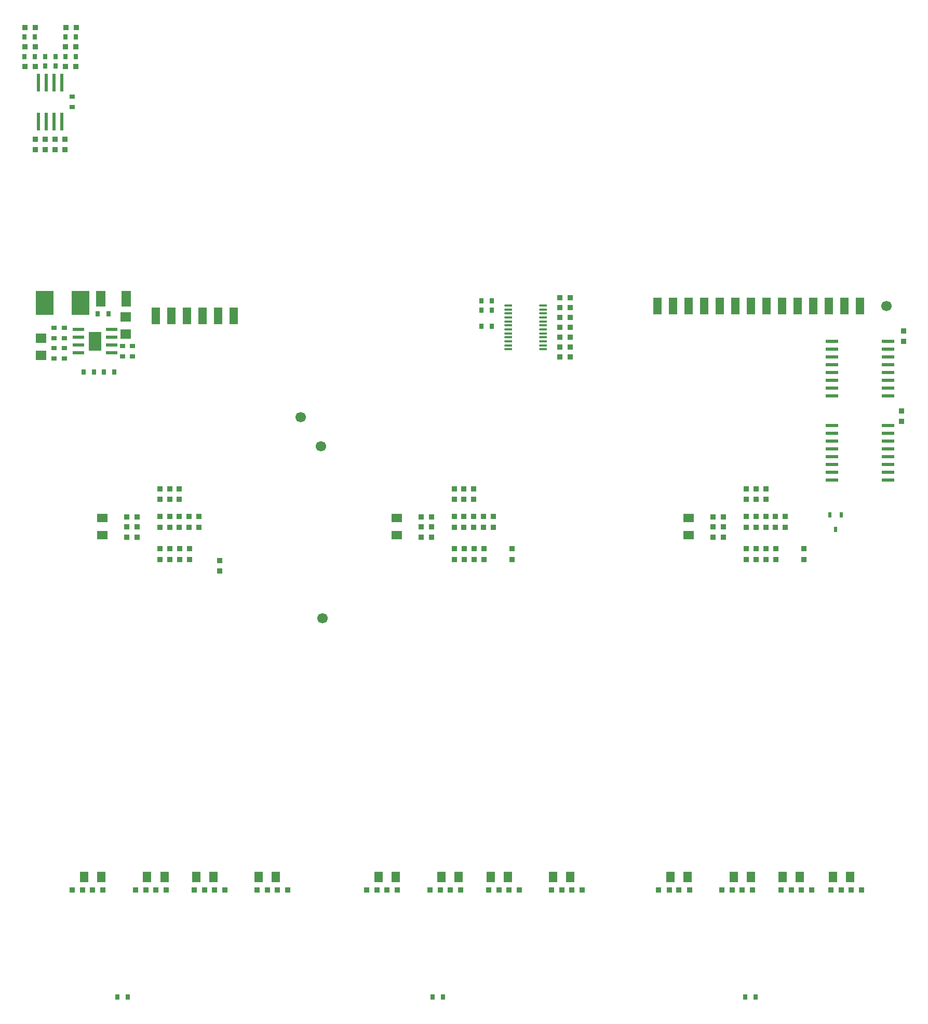
<source format=gbr>
G04 DipTrace 4.1.2.0*
G04 1_Layer_Top_PMask.gbr*
%MOIN*%
G04 #@! TF.FileFunction,Paste,Top*
G04 #@! TF.Part,Single*
%AMOUTLINE2*
4,1,28,
-0.012273,0.017716,
0.012272,0.017717,
0.013263,0.017587,
0.014066,0.017254,
0.014755,0.016725,
0.015284,0.016035,
0.015617,0.015232,
0.015747,0.014242,
0.015749,-0.01424,
0.015618,-0.015231,
0.015286,-0.016034,
0.014757,-0.016724,
0.014067,-0.017253,
0.013264,-0.017586,
0.012273,-0.017716,
-0.012272,-0.017717,
-0.013263,-0.017587,
-0.014066,-0.017254,
-0.014755,-0.016725,
-0.015284,-0.016035,
-0.015617,-0.015232,
-0.015747,-0.014242,
-0.015749,0.01424,
-0.015618,0.015231,
-0.015286,0.016034,
-0.014757,0.016724,
-0.014067,0.017253,
-0.013264,0.017586,
-0.012273,0.017716,
0*%
%AMOUTLINE5*
4,1,28,
0.017716,0.012273,
0.017717,-0.012272,
0.017587,-0.013263,
0.017254,-0.014066,
0.016725,-0.014755,
0.016035,-0.015284,
0.015232,-0.015617,
0.014242,-0.015747,
-0.01424,-0.015749,
-0.015231,-0.015618,
-0.016034,-0.015286,
-0.016724,-0.014757,
-0.017253,-0.014067,
-0.017586,-0.013264,
-0.017716,-0.012273,
-0.017717,0.012272,
-0.017587,0.013263,
-0.017254,0.014066,
-0.016725,0.014755,
-0.016035,0.015284,
-0.015232,0.015617,
-0.014242,0.015747,
0.01424,0.015749,
0.015231,0.015618,
0.016034,0.015286,
0.016724,0.014757,
0.017253,0.014067,
0.017586,0.013264,
0.017716,0.012273,
0*%
%AMOUTLINE8*
4,1,28,
-0.017716,-0.012274,
-0.017717,0.012271,
-0.017587,0.013262,
-0.017254,0.014065,
-0.016725,0.014755,
-0.016036,0.015284,
-0.015233,0.015617,
-0.014242,0.015747,
0.01424,0.015749,
0.015231,0.015619,
0.016034,0.015286,
0.016723,0.014757,
0.017253,0.014067,
0.017585,0.013264,
0.017716,0.012274,
0.017717,-0.012271,
0.017587,-0.013262,
0.017254,-0.014065,
0.016725,-0.014755,
0.016036,-0.015284,
0.015233,-0.015617,
0.014242,-0.015747,
-0.01424,-0.015749,
-0.015231,-0.015619,
-0.016034,-0.015286,
-0.016723,-0.014757,
-0.017253,-0.014067,
-0.017585,-0.013264,
-0.017716,-0.012274,
0*%
%AMOUTLINE11*
4,1,28,
0.033465,0.02054,
0.033465,-0.02054,
0.033213,-0.022448,
0.032527,-0.024106,
0.031435,-0.025529,
0.030011,-0.026621,
0.028354,-0.027308,
0.026446,-0.027559,
-0.026446,-0.027559,
-0.028354,-0.027308,
-0.030011,-0.026621,
-0.031435,-0.025529,
-0.032527,-0.024106,
-0.033213,-0.022448,
-0.033465,-0.02054,
-0.033465,0.02054,
-0.033213,0.022448,
-0.032527,0.024106,
-0.031435,0.025529,
-0.030011,0.026621,
-0.028354,0.027308,
-0.026446,0.027559,
0.026446,0.027559,
0.028354,0.027308,
0.030011,0.026621,
0.031435,0.025529,
0.032527,0.024106,
0.033213,0.022448,
0.033465,0.02054,
0*%
%AMOUTLINE14*
4,1,28,
-0.02054,0.033465,
0.02054,0.033465,
0.022448,0.033213,
0.024106,0.032527,
0.025529,0.031435,
0.026621,0.030011,
0.027308,0.028354,
0.027559,0.026446,
0.027559,-0.026446,
0.027308,-0.028354,
0.026621,-0.030011,
0.025529,-0.031435,
0.024106,-0.032527,
0.022448,-0.033213,
0.02054,-0.033465,
-0.02054,-0.033465,
-0.022448,-0.033213,
-0.024106,-0.032527,
-0.025529,-0.031435,
-0.026621,-0.030011,
-0.027308,-0.028354,
-0.027559,-0.026446,
-0.027559,0.026446,
-0.027308,0.028354,
-0.026621,0.030011,
-0.025529,0.031435,
-0.024106,0.032527,
-0.022448,0.033213,
-0.02054,0.033465,
0*%
%AMOUTLINE17*
4,1,28,
0.025,0.003611,
0.025,-0.003611,
0.024917,-0.004245,
0.024722,-0.004716,
0.024411,-0.00512,
0.024007,-0.00543,
0.023537,-0.005625,
0.022902,-0.005709,
-0.022902,-0.005709,
-0.023537,-0.005625,
-0.024007,-0.00543,
-0.024411,-0.00512,
-0.024722,-0.004716,
-0.024917,-0.004245,
-0.025,-0.003611,
-0.025,0.003611,
-0.024917,0.004245,
-0.024722,0.004716,
-0.024411,0.00512,
-0.024007,0.00543,
-0.023537,0.005625,
-0.022902,0.005709,
0.022902,0.005709,
0.023537,0.005625,
0.024007,0.00543,
0.024411,0.00512,
0.024722,0.004716,
0.024917,0.004245,
0.025,0.003611,
0*%
%AMOUTLINE20*
4,1,28,
-0.025,-0.003611,
-0.025,0.003611,
-0.024917,0.004245,
-0.024722,0.004716,
-0.024411,0.00512,
-0.024007,0.00543,
-0.023537,0.005625,
-0.022902,0.005709,
0.022902,0.005709,
0.023537,0.005625,
0.024007,0.00543,
0.024411,0.00512,
0.024722,0.004716,
0.024917,0.004245,
0.025,0.003611,
0.025,-0.003611,
0.024917,-0.004245,
0.024722,-0.004716,
0.024411,-0.00512,
0.024007,-0.00543,
0.023537,-0.005625,
0.022902,-0.005709,
-0.022902,-0.005709,
-0.023537,-0.005625,
-0.024007,-0.00543,
-0.024411,-0.00512,
-0.024722,-0.004716,
-0.024917,-0.004245,
-0.025,-0.003611,
0*%
%AMOUTLINE23*
4,1,28,
0.040551,0.006171,
0.040551,-0.006169,
0.040374,-0.007517,
0.039904,-0.008652,
0.039156,-0.009627,
0.038181,-0.010375,
0.037045,-0.010845,
0.035698,-0.011023,
-0.035697,-0.011025,
-0.037045,-0.010847,
-0.03818,-0.010377,
-0.039155,-0.009629,
-0.039903,-0.008654,
-0.040374,-0.007519,
-0.040551,-0.006171,
-0.040551,0.006169,
-0.040374,0.007517,
-0.039904,0.008652,
-0.039156,0.009627,
-0.038181,0.010375,
-0.037045,0.010845,
-0.035698,0.011023,
0.035697,0.011025,
0.037045,0.010847,
0.03818,0.010377,
0.039155,0.009629,
0.039903,0.008654,
0.040374,0.007519,
0.040551,0.006171,
0*%
%AMOUTLINE26*
4,1,28,
-0.040551,-0.006171,
-0.040551,0.006169,
-0.040374,0.007517,
-0.039904,0.008652,
-0.039156,0.009627,
-0.038181,0.010375,
-0.037045,0.010845,
-0.035698,0.011023,
0.035697,0.011025,
0.037045,0.010847,
0.03818,0.010377,
0.039155,0.009629,
0.039903,0.008654,
0.040374,0.007519,
0.040551,0.006171,
0.040551,-0.006169,
0.040374,-0.007517,
0.039904,-0.008652,
0.039156,-0.009627,
0.038181,-0.010375,
0.037045,-0.010845,
0.035698,-0.011023,
-0.035697,-0.011025,
-0.037045,-0.010847,
-0.03818,-0.010377,
-0.039155,-0.009629,
-0.039903,-0.008654,
-0.040374,-0.007519,
-0.040551,-0.006171,
0*%
%ADD58C,0.066929*%
%ADD60R,0.07874X0.122047*%
%ADD62R,0.074803X0.019685*%
%ADD64R,0.019685X0.114173*%
%ADD66R,0.021654X0.037402*%
%ADD71R,0.055118X0.110236*%
%ADD74R,0.114173X0.153543*%
%ADD76R,0.059055X0.102362*%
%ADD88R,0.066929X0.059055*%
%ADD92R,0.036063X0.031063*%
%ADD94R,0.031063X0.036063*%
%ADD104OUTLINE2*%
%ADD107OUTLINE5*%
%ADD110OUTLINE8*%
%ADD113OUTLINE11*%
%ADD116OUTLINE14*%
%ADD119OUTLINE17*%
%ADD122OUTLINE20*%
%ADD125OUTLINE23*%
%ADD128OUTLINE26*%
%FSLAX26Y26*%
G04*
G70*
G90*
G75*
G01*
G04 TopPaste*
%LPD*%
D94*
X228346Y5559056D3*
X295276Y5559057D3*
X492126Y5559056D3*
X559055Y5559057D3*
X228346Y5433071D3*
X295276Y5433073D3*
X362205Y5433071D3*
X429134Y5433073D3*
X492126Y5433071D3*
X559055Y5433073D3*
X362205Y5374015D3*
X429134Y5374016D3*
D92*
X535433Y5110236D3*
X535431Y5177165D3*
D104*
X3663386Y3885825D3*
X3730315Y3885828D3*
D94*
X699134Y3783268D3*
X766063D3*
D88*
X877953Y3763583D3*
Y3653346D3*
D107*
X5870077Y3675197D3*
X5870080Y3608268D3*
D88*
X334646Y3625984D3*
Y3515748D3*
D92*
X921260Y3509961D3*
Y3576890D3*
X484252Y3498150D3*
Y3565079D3*
D110*
X5856301Y3094488D3*
X5856297Y3161417D3*
D107*
X1096454Y2661417D3*
X1096457Y2594488D3*
X2986218Y2661417D3*
X2986221Y2594488D3*
X4860234Y2661417D3*
X4860236Y2594488D3*
D113*
X728346Y2472441D3*
Y2362205D3*
X2618110Y2472441D3*
Y2362205D3*
X4492126Y2472441D3*
Y2362205D3*
D104*
X883858Y2480315D3*
X950787D3*
D107*
X1222440Y2482283D3*
X1222442Y2415354D3*
X1285432Y2482283D3*
X1285434Y2415354D3*
X1348424Y2482283D3*
X1348426Y2415354D3*
D104*
X2773622Y2480315D3*
X2840551D3*
D107*
X3112204Y2482283D3*
X3112206Y2415354D3*
X3175196Y2482283D3*
X3175198Y2415354D3*
X3238188Y2482283D3*
X3238190Y2415354D3*
D104*
X4647638Y2480315D3*
X4714567D3*
D107*
X4986220Y2482283D3*
X4986221Y2415354D3*
X5049212Y2482283D3*
X5049213Y2415354D3*
X5112204Y2482283D3*
X5112206Y2415354D3*
D104*
X883858Y2417323D3*
X950787Y2417326D3*
X2773622Y2417323D3*
X2840551Y2417326D3*
X4647638Y2417323D3*
X4714567Y2417326D3*
X883858Y2350394D3*
X950787Y2350396D3*
X2773622Y2350394D3*
X2840551Y2350396D3*
X4647638Y2350394D3*
X4714567Y2350396D3*
D107*
X1098425Y2275591D3*
Y2208661D3*
X1161417Y2275591D3*
Y2208661D3*
X1224409Y2275591D3*
Y2208661D3*
X1287402Y2275591D3*
Y2208661D3*
X2988189Y2275591D3*
Y2208661D3*
X3051181Y2275591D3*
Y2208661D3*
X3114173Y2275591D3*
Y2208661D3*
X3177165Y2275591D3*
Y2208661D3*
X3358266Y2275591D3*
X3358269Y2208661D3*
X4862205Y2275591D3*
Y2208661D3*
X4925197Y2275591D3*
Y2208661D3*
X4988189Y2275591D3*
Y2208661D3*
X5051181Y2275591D3*
Y2208661D3*
X5232282Y2275591D3*
X5232285Y2208661D3*
D110*
X1480317Y2133858D3*
X1480313Y2200787D3*
D116*
X610239Y169291D3*
X720475D3*
X1015751D3*
X1125987D3*
X1330711D3*
X1440948D3*
X1732286D3*
X1842522D3*
X2500003D3*
X2610239D3*
X2905514D3*
X3015751D3*
X3220475D3*
X3330711D3*
X3622050D3*
X3732286D3*
X4374018D3*
X4484255D3*
X4779530D3*
X4889766D3*
X5094491D3*
X5204727D3*
X5417323D3*
X5527559D3*
D104*
X665357Y86614D3*
X732286D3*
X1070869D3*
X1137798D3*
X1318900D3*
X1385829D3*
X1720475D3*
X1787404D3*
X2555121D3*
X2622050D3*
X2960633D3*
X3027562D3*
X3208664D3*
X3275593D3*
X3610239D3*
X3677168D3*
X4429136D3*
X4496066D3*
X4834648D3*
X4901577D3*
X5082680D3*
X5149609D3*
X5405512D3*
X5472441D3*
D94*
X822835Y-598424D3*
X889764D3*
X2846457Y-598425D3*
X2913386D3*
X4854331D3*
X4921260D3*
D76*
X716535Y3881693D3*
X879921D3*
D74*
X358268Y3854134D3*
X586614D3*
D71*
X4291339Y3834646D3*
X4391339D3*
X4491339D3*
X4591339D3*
X4691339D3*
X4791339D3*
X4891339D3*
X4991339D3*
X5091339D3*
X5191339D3*
X5291339D3*
X5391339D3*
X5491339D3*
X5590551D3*
X1072441Y3771654D3*
X1172441D3*
X1272441D3*
X1372441D3*
X1472441D3*
X1572441D3*
D58*
X2000000Y3122047D3*
X2129921Y2933071D3*
X2141732Y1830709D3*
X5759843Y3834646D3*
D66*
X5472441Y2492126D3*
X5397638D3*
X5435039Y2401575D3*
D104*
X230315Y5622045D3*
X297244Y5622049D3*
X494094Y5622045D3*
X561024Y5622049D3*
X230315Y5496061D3*
X297244Y5496065D3*
X490157Y5496061D3*
X557087Y5496065D3*
X230315Y5370077D3*
X297244Y5370081D3*
X490157Y5370077D3*
X557087Y5370081D3*
D110*
X299214Y4836614D3*
X299211Y4903543D3*
X362206Y4836614D3*
X362203Y4903543D3*
X425198Y4836614D3*
X425195Y4903543D3*
X488191Y4836614D3*
X488187Y4903543D3*
D94*
X3161417Y3866142D3*
X3228346Y3866144D3*
D104*
X3663386Y3822833D3*
X3730315Y3822836D3*
D94*
X3161417Y3807087D3*
X3228346Y3807089D3*
D104*
X3663386Y3759841D3*
X3730315Y3759844D3*
D94*
X3161417Y3704725D3*
X3228346Y3704727D3*
D104*
X3663386Y3696849D3*
X3730315Y3696852D3*
D92*
X417323Y3628071D3*
Y3695000D3*
X484252Y3628071D3*
Y3695000D3*
D104*
X3663386Y3633857D3*
X3730315Y3633860D3*
D92*
X858268Y3576260D3*
Y3509331D3*
D104*
X3663386Y3570865D3*
X3730315Y3570868D3*
D92*
X417323Y3498150D3*
Y3565079D3*
D104*
X3663386Y3507873D3*
X3730315Y3507875D3*
D94*
X606299Y3409449D3*
X673228Y3409451D3*
X736220Y3409449D3*
X803150Y3409451D3*
D107*
X1159448Y2661417D3*
X1159450Y2594488D3*
X1222440Y2661417D3*
X1222442Y2594488D3*
X3049212Y2661417D3*
X3049213Y2594488D3*
X3112203Y2661417D3*
X3112206Y2594488D3*
X4923227Y2661417D3*
X4923229Y2594488D3*
X4986219Y2661417D3*
X4986222Y2594488D3*
X1096456Y2482283D3*
X1096458Y2415354D3*
X1159448Y2482283D3*
X1159450Y2415354D3*
X2986220Y2482283D3*
X2986221Y2415354D3*
X3049212Y2482283D3*
X3049213Y2415354D3*
X4860235Y2482283D3*
X4860237Y2415354D3*
X4923227Y2482283D3*
X4923229Y2415354D3*
D104*
X535436Y86614D3*
X602365D3*
X940948D3*
X1007877D3*
X1448822D3*
X1515751D3*
X1850396D3*
X1917325D3*
X2425199D3*
X2492129D3*
X2830711D3*
X2897640D3*
X3338585D3*
X3405514D3*
X3740160D3*
X3807089D3*
X4299215D3*
X4366144D3*
X4704727D3*
X4771656D3*
X5212601D3*
X5279530D3*
X5535433D3*
X5602362D3*
D64*
X318898Y5015748D3*
X368898D3*
X418898D3*
X468898D3*
Y5267717D3*
X418898D3*
X368898D3*
X318898D3*
D62*
X574803Y3685039D3*
Y3635039D3*
Y3585039D3*
Y3535039D3*
X787402D3*
Y3585039D3*
Y3635039D3*
Y3685039D3*
D60*
X681102Y3606102D3*
D119*
X3333661Y3837598D3*
Y3812008D3*
Y3786417D3*
Y3760827D3*
Y3735236D3*
Y3709646D3*
Y3684055D3*
Y3658465D3*
Y3632874D3*
Y3607283D3*
Y3581693D3*
Y3556102D3*
D122*
X3556102D3*
Y3581693D3*
Y3607283D3*
Y3632874D3*
Y3658465D3*
Y3684055D3*
Y3709646D3*
Y3735236D3*
Y3760827D3*
Y3786417D3*
Y3812008D3*
Y3837598D3*
D125*
X5409641Y3608066D3*
X5409642Y3558066D3*
X5409644Y3508066D3*
X5409645Y3458066D3*
X5409646Y3408066D3*
X5409648Y3358066D3*
X5409649Y3308066D3*
X5409650Y3258066D3*
D128*
X5771461Y3258076D3*
X5771460Y3308076D3*
X5771459Y3358076D3*
X5771457Y3408076D3*
X5771456Y3458076D3*
X5771455Y3508076D3*
X5771453Y3558076D3*
X5771452Y3608076D3*
D125*
X5409646Y3068701D3*
Y3018701D3*
Y2968701D3*
Y2918701D3*
Y2868701D3*
Y2818701D3*
Y2768701D3*
Y2718701D3*
D128*
X5771457D3*
Y2768701D3*
Y2818701D3*
Y2868701D3*
Y2918701D3*
Y2968701D3*
Y3018701D3*
Y3068701D3*
M02*

</source>
